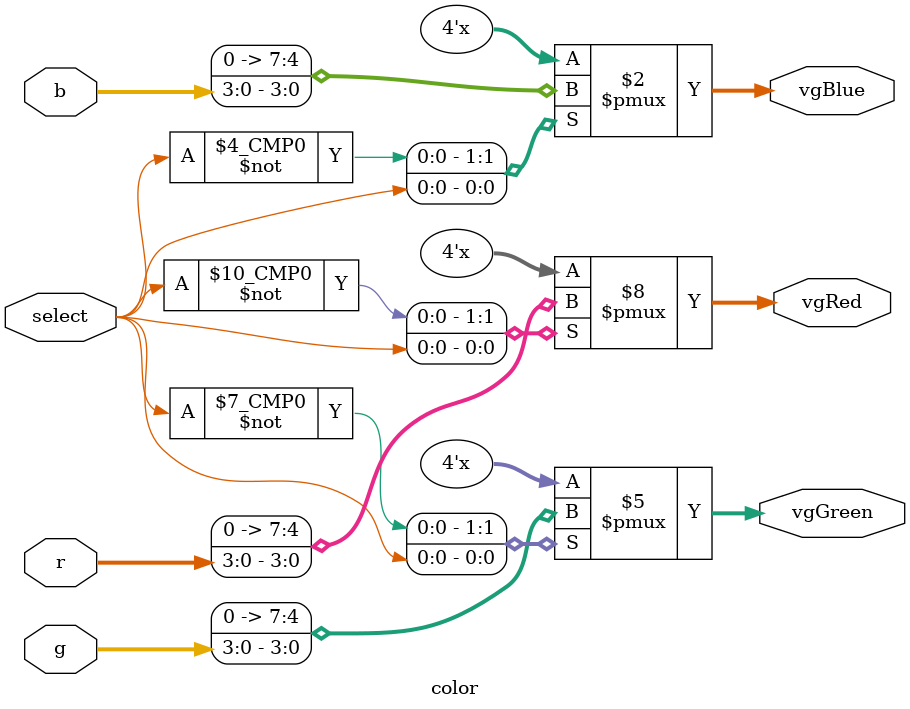
<source format=v>
module color(
	output reg [3:0] vgRed,
	output reg [3:0] vgGreen,
	output reg [3:0] vgBlue,
	input [3:0] r,
	input [3:0] g,
	input [3:0] b,
	input select
	);


always @(r or g or b or select)
	case(select)
	0: begin
	       vgRed = 0;
	       vgGreen=0;
	       vgBlue=0;
	   end
	1: begin
	       vgRed=r;
	       vgGreen=g;
	       vgBlue=b;
	   end
	endcase

endmodule
</source>
